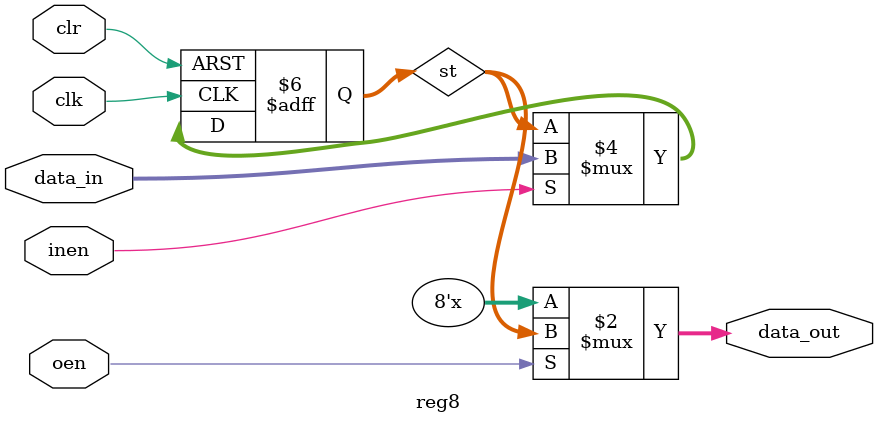
<source format=v>
module reg8(data_out, data_in, inen, oen, clk, clr);
    input [7:0] data_in;
    input inen, oen, clk, clr;
    output [7:0] data_out;
    reg[7:0] st;
    
    always @(posedge clk, posedge clr) begin
    if(clr) st = 8'b0;
    else if(inen) st = data_in;
    else st = st;
    end
    assign data_out = (oen)?st:8'bz;

endmodule
</source>
